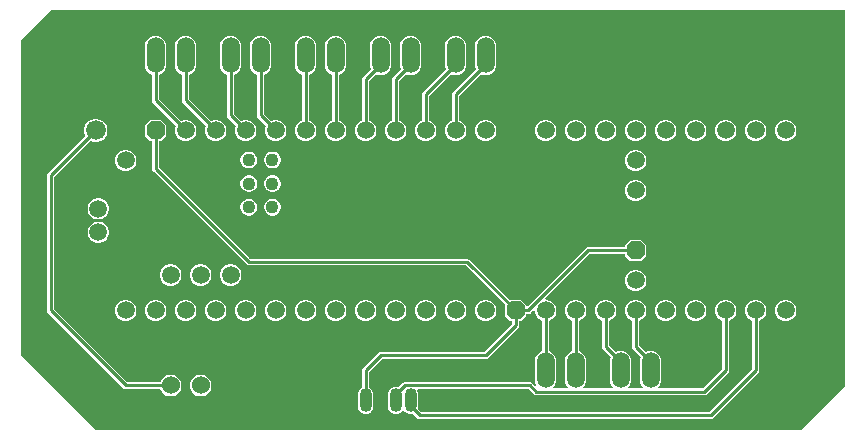
<source format=gbr>
%TF.GenerationSoftware,Altium Limited,Altium Designer,23.10.1 (27)*%
G04 Layer_Physical_Order=2*
G04 Layer_Color=16711680*
%FSLAX45Y45*%
%MOMM*%
%TF.SameCoordinates,AA33C9F7-56E5-4FFB-A8AB-1004920BA132*%
%TF.FilePolarity,Positive*%
%TF.FileFunction,Copper,L2,Bot,Signal*%
%TF.Part,Single*%
G01*
G75*
%TA.AperFunction,ComponentPad*%
%ADD10O,1.01600X2.03200*%
%ADD11C,1.10795*%
%ADD12C,1.50800*%
%ADD13R,1.50800X1.50800*%
G04:AMPARAMS|DCode=14|XSize=1.508mm|YSize=1.508mm|CornerRadius=0mm|HoleSize=0mm|Usage=FLASHONLY|Rotation=90.000|XOffset=0mm|YOffset=0mm|HoleType=Round|Shape=Octagon|*
%AMOCTAGOND14*
4,1,8,0.37700,0.75400,-0.37700,0.75400,-0.75400,0.37700,-0.75400,-0.37700,-0.37700,-0.75400,0.37700,-0.75400,0.75400,-0.37700,0.75400,0.37700,0.37700,0.75400,0.0*
%
%ADD14OCTAGOND14*%

%ADD15C,1.67640*%
%ADD16R,1.50800X1.50800*%
%ADD17O,1.50800X3.01600*%
%ADD18C,1.52400*%
%TA.AperFunction,Conductor*%
%ADD19C,0.25400*%
G36*
X7230529Y499529D02*
X6858000Y127000D01*
X889000D01*
X254000Y762000D01*
Y3429000D01*
X508000Y3683000D01*
X7230529D01*
Y499529D01*
D02*
G37*
%LPC*%
G36*
X4191000Y3468822D02*
X4167338Y3465707D01*
X4145289Y3456574D01*
X4126355Y3442045D01*
X4111826Y3423111D01*
X4102693Y3401062D01*
X4099578Y3377400D01*
Y3226600D01*
X4102693Y3202938D01*
X4109827Y3185715D01*
X3916856Y2992744D01*
X3910681Y2983502D01*
X3908512Y2972600D01*
X3908513Y2972599D01*
Y2753204D01*
X3902014Y2751463D01*
X3881346Y2739530D01*
X3864470Y2722654D01*
X3852537Y2701986D01*
X3846360Y2678933D01*
Y2655067D01*
X3852537Y2632014D01*
X3864470Y2611346D01*
X3881346Y2594470D01*
X3902014Y2582537D01*
X3925067Y2576360D01*
X3948933D01*
X3971986Y2582537D01*
X3992654Y2594470D01*
X4009530Y2611346D01*
X4021463Y2632014D01*
X4027640Y2655067D01*
Y2678933D01*
X4021463Y2701986D01*
X4009530Y2722654D01*
X3992654Y2739530D01*
X3971986Y2751463D01*
X3965487Y2753204D01*
Y2960800D01*
X4150115Y3145428D01*
X4167338Y3138293D01*
X4191000Y3135178D01*
X4214662Y3138293D01*
X4236711Y3147426D01*
X4255645Y3161955D01*
X4270174Y3180889D01*
X4279307Y3202938D01*
X4282422Y3226600D01*
Y3377400D01*
X4279307Y3401062D01*
X4270174Y3423111D01*
X4255645Y3442045D01*
X4236711Y3456574D01*
X4214662Y3465707D01*
X4191000Y3468822D01*
D02*
G37*
G36*
X3937000D02*
X3913338Y3465707D01*
X3891289Y3456574D01*
X3872355Y3442045D01*
X3857826Y3423111D01*
X3848693Y3401062D01*
X3845578Y3377400D01*
Y3226600D01*
X3848693Y3202938D01*
X3855827Y3185715D01*
X3662856Y2992744D01*
X3656681Y2983502D01*
X3654512Y2972600D01*
X3654513Y2972599D01*
Y2753204D01*
X3648014Y2751463D01*
X3627346Y2739530D01*
X3610470Y2722654D01*
X3598537Y2701986D01*
X3592360Y2678933D01*
Y2655067D01*
X3598537Y2632014D01*
X3610470Y2611346D01*
X3627346Y2594470D01*
X3648014Y2582537D01*
X3671067Y2576360D01*
X3694933D01*
X3717986Y2582537D01*
X3738654Y2594470D01*
X3755530Y2611346D01*
X3767463Y2632014D01*
X3773640Y2655067D01*
Y2678933D01*
X3767463Y2701986D01*
X3755530Y2722654D01*
X3738654Y2739530D01*
X3717986Y2751463D01*
X3711487Y2753204D01*
Y2960800D01*
X3896115Y3145428D01*
X3913338Y3138293D01*
X3937000Y3135178D01*
X3960662Y3138293D01*
X3982711Y3147426D01*
X4001645Y3161955D01*
X4016174Y3180889D01*
X4025307Y3202938D01*
X4028422Y3226600D01*
Y3377400D01*
X4025307Y3401062D01*
X4016174Y3423111D01*
X4001645Y3442045D01*
X3982711Y3456574D01*
X3960662Y3465707D01*
X3937000Y3468822D01*
D02*
G37*
G36*
X3556000D02*
X3532338Y3465707D01*
X3510289Y3456574D01*
X3491355Y3442045D01*
X3476826Y3423111D01*
X3467693Y3401062D01*
X3464578Y3377400D01*
Y3226600D01*
X3467693Y3202938D01*
X3474827Y3185715D01*
X3408856Y3119744D01*
X3402681Y3110502D01*
X3400512Y3099600D01*
X3400513Y3099599D01*
Y2753204D01*
X3394014Y2751463D01*
X3373346Y2739530D01*
X3356470Y2722654D01*
X3344537Y2701986D01*
X3338360Y2678933D01*
Y2655067D01*
X3344537Y2632014D01*
X3356470Y2611346D01*
X3373346Y2594470D01*
X3394014Y2582537D01*
X3417067Y2576360D01*
X3440933D01*
X3463986Y2582537D01*
X3484654Y2594470D01*
X3501530Y2611346D01*
X3513463Y2632014D01*
X3519640Y2655067D01*
Y2678933D01*
X3513463Y2701986D01*
X3501530Y2722654D01*
X3484654Y2739530D01*
X3463986Y2751463D01*
X3457487Y2753204D01*
Y3087800D01*
X3515115Y3145428D01*
X3532338Y3138293D01*
X3556000Y3135178D01*
X3579662Y3138293D01*
X3601711Y3147426D01*
X3620645Y3161955D01*
X3635174Y3180889D01*
X3644307Y3202938D01*
X3647422Y3226600D01*
Y3377400D01*
X3644307Y3401062D01*
X3635174Y3423111D01*
X3620645Y3442045D01*
X3601711Y3456574D01*
X3579662Y3465707D01*
X3556000Y3468822D01*
D02*
G37*
G36*
X3302000D02*
X3278338Y3465707D01*
X3256289Y3456574D01*
X3237355Y3442045D01*
X3222826Y3423111D01*
X3213693Y3401062D01*
X3210578Y3377400D01*
Y3226600D01*
X3213693Y3202938D01*
X3220827Y3185715D01*
X3154856Y3119744D01*
X3148681Y3110502D01*
X3146512Y3099600D01*
X3146513Y3099599D01*
Y2753204D01*
X3140014Y2751463D01*
X3119346Y2739530D01*
X3102470Y2722654D01*
X3090537Y2701986D01*
X3084360Y2678933D01*
Y2655067D01*
X3090537Y2632014D01*
X3102470Y2611346D01*
X3119346Y2594470D01*
X3140014Y2582537D01*
X3163067Y2576360D01*
X3186933D01*
X3209986Y2582537D01*
X3230654Y2594470D01*
X3247530Y2611346D01*
X3259463Y2632014D01*
X3265640Y2655067D01*
Y2678933D01*
X3259463Y2701986D01*
X3247530Y2722654D01*
X3230654Y2739530D01*
X3209986Y2751463D01*
X3203487Y2753204D01*
Y3087800D01*
X3261115Y3145428D01*
X3278338Y3138293D01*
X3302000Y3135178D01*
X3325662Y3138293D01*
X3347711Y3147426D01*
X3366645Y3161955D01*
X3381174Y3180889D01*
X3390307Y3202938D01*
X3393422Y3226600D01*
Y3377400D01*
X3390307Y3401062D01*
X3381174Y3423111D01*
X3366645Y3442045D01*
X3347711Y3456574D01*
X3325662Y3465707D01*
X3302000Y3468822D01*
D02*
G37*
G36*
X6742933Y2757640D02*
X6719067D01*
X6696014Y2751463D01*
X6675346Y2739530D01*
X6658470Y2722654D01*
X6646537Y2701986D01*
X6640360Y2678933D01*
Y2655067D01*
X6646537Y2632014D01*
X6658470Y2611346D01*
X6675346Y2594470D01*
X6696014Y2582537D01*
X6719067Y2576360D01*
X6742933D01*
X6765986Y2582537D01*
X6786654Y2594470D01*
X6803530Y2611346D01*
X6815463Y2632014D01*
X6821640Y2655067D01*
Y2678933D01*
X6815463Y2701986D01*
X6803530Y2722654D01*
X6786654Y2739530D01*
X6765986Y2751463D01*
X6742933Y2757640D01*
D02*
G37*
G36*
X6488933D02*
X6465067D01*
X6442014Y2751463D01*
X6421346Y2739530D01*
X6404470Y2722654D01*
X6392537Y2701986D01*
X6386360Y2678933D01*
Y2655067D01*
X6392537Y2632014D01*
X6404470Y2611346D01*
X6421346Y2594470D01*
X6442014Y2582537D01*
X6465067Y2576360D01*
X6488933D01*
X6511986Y2582537D01*
X6532654Y2594470D01*
X6549530Y2611346D01*
X6561463Y2632014D01*
X6567640Y2655067D01*
Y2678933D01*
X6561463Y2701986D01*
X6549530Y2722654D01*
X6532654Y2739530D01*
X6511986Y2751463D01*
X6488933Y2757640D01*
D02*
G37*
G36*
X6234933D02*
X6211067D01*
X6188014Y2751463D01*
X6167346Y2739530D01*
X6150470Y2722654D01*
X6138537Y2701986D01*
X6132360Y2678933D01*
Y2655067D01*
X6138537Y2632014D01*
X6150470Y2611346D01*
X6167346Y2594470D01*
X6188014Y2582537D01*
X6211067Y2576360D01*
X6234933D01*
X6257986Y2582537D01*
X6278654Y2594470D01*
X6295530Y2611346D01*
X6307463Y2632014D01*
X6313640Y2655067D01*
Y2678933D01*
X6307463Y2701986D01*
X6295530Y2722654D01*
X6278654Y2739530D01*
X6257986Y2751463D01*
X6234933Y2757640D01*
D02*
G37*
G36*
X5980933D02*
X5957067D01*
X5934014Y2751463D01*
X5913346Y2739530D01*
X5896470Y2722654D01*
X5884537Y2701986D01*
X5878360Y2678933D01*
Y2655067D01*
X5884537Y2632014D01*
X5896470Y2611346D01*
X5913346Y2594470D01*
X5934014Y2582537D01*
X5957067Y2576360D01*
X5980933D01*
X6003986Y2582537D01*
X6024654Y2594470D01*
X6041530Y2611346D01*
X6053463Y2632014D01*
X6059640Y2655067D01*
Y2678933D01*
X6053463Y2701986D01*
X6041530Y2722654D01*
X6024654Y2739530D01*
X6003986Y2751463D01*
X5980933Y2757640D01*
D02*
G37*
G36*
X5726933D02*
X5703067D01*
X5680014Y2751463D01*
X5659346Y2739530D01*
X5642470Y2722654D01*
X5630537Y2701986D01*
X5624360Y2678933D01*
Y2655067D01*
X5630537Y2632014D01*
X5642470Y2611346D01*
X5659346Y2594470D01*
X5680014Y2582537D01*
X5703067Y2576360D01*
X5726933D01*
X5749986Y2582537D01*
X5770654Y2594470D01*
X5787530Y2611346D01*
X5799463Y2632014D01*
X5805640Y2655067D01*
Y2678933D01*
X5799463Y2701986D01*
X5787530Y2722654D01*
X5770654Y2739530D01*
X5749986Y2751463D01*
X5726933Y2757640D01*
D02*
G37*
G36*
X5472933D02*
X5449067D01*
X5426014Y2751463D01*
X5405346Y2739530D01*
X5388470Y2722654D01*
X5376537Y2701986D01*
X5370360Y2678933D01*
Y2655067D01*
X5376537Y2632014D01*
X5388470Y2611346D01*
X5405346Y2594470D01*
X5426014Y2582537D01*
X5449067Y2576360D01*
X5472933D01*
X5495986Y2582537D01*
X5516654Y2594470D01*
X5533530Y2611346D01*
X5545463Y2632014D01*
X5551640Y2655067D01*
Y2678933D01*
X5545463Y2701986D01*
X5533530Y2722654D01*
X5516654Y2739530D01*
X5495986Y2751463D01*
X5472933Y2757640D01*
D02*
G37*
G36*
X5218933D02*
X5195067D01*
X5172014Y2751463D01*
X5151346Y2739530D01*
X5134470Y2722654D01*
X5122537Y2701986D01*
X5116360Y2678933D01*
Y2655067D01*
X5122537Y2632014D01*
X5134470Y2611346D01*
X5151346Y2594470D01*
X5172014Y2582537D01*
X5195067Y2576360D01*
X5218933D01*
X5241986Y2582537D01*
X5262654Y2594470D01*
X5279530Y2611346D01*
X5291463Y2632014D01*
X5297640Y2655067D01*
Y2678933D01*
X5291463Y2701986D01*
X5279530Y2722654D01*
X5262654Y2739530D01*
X5241986Y2751463D01*
X5218933Y2757640D01*
D02*
G37*
G36*
X4964933D02*
X4941067D01*
X4918014Y2751463D01*
X4897346Y2739530D01*
X4880470Y2722654D01*
X4868537Y2701986D01*
X4862360Y2678933D01*
Y2655067D01*
X4868537Y2632014D01*
X4880470Y2611346D01*
X4897346Y2594470D01*
X4918014Y2582537D01*
X4941067Y2576360D01*
X4964933D01*
X4987986Y2582537D01*
X5008654Y2594470D01*
X5025530Y2611346D01*
X5037463Y2632014D01*
X5043640Y2655067D01*
Y2678933D01*
X5037463Y2701986D01*
X5025530Y2722654D01*
X5008654Y2739530D01*
X4987986Y2751463D01*
X4964933Y2757640D01*
D02*
G37*
G36*
X4710933D02*
X4687067D01*
X4664014Y2751463D01*
X4643346Y2739530D01*
X4626470Y2722654D01*
X4614537Y2701986D01*
X4608360Y2678933D01*
Y2655067D01*
X4614537Y2632014D01*
X4626470Y2611346D01*
X4643346Y2594470D01*
X4664014Y2582537D01*
X4687067Y2576360D01*
X4710933D01*
X4733986Y2582537D01*
X4754654Y2594470D01*
X4771530Y2611346D01*
X4783463Y2632014D01*
X4789640Y2655067D01*
Y2678933D01*
X4783463Y2701986D01*
X4771530Y2722654D01*
X4754654Y2739530D01*
X4733986Y2751463D01*
X4710933Y2757640D01*
D02*
G37*
G36*
X4202933D02*
X4179067D01*
X4156014Y2751463D01*
X4135346Y2739530D01*
X4118470Y2722654D01*
X4106537Y2701986D01*
X4100360Y2678933D01*
Y2655067D01*
X4106537Y2632014D01*
X4118470Y2611346D01*
X4135346Y2594470D01*
X4156014Y2582537D01*
X4179067Y2576360D01*
X4202933D01*
X4225986Y2582537D01*
X4246654Y2594470D01*
X4263530Y2611346D01*
X4275463Y2632014D01*
X4281640Y2655067D01*
Y2678933D01*
X4275463Y2701986D01*
X4263530Y2722654D01*
X4246654Y2739530D01*
X4225986Y2751463D01*
X4202933Y2757640D01*
D02*
G37*
G36*
X2921000Y3468822D02*
X2897338Y3465707D01*
X2875289Y3456574D01*
X2856355Y3442045D01*
X2841826Y3423111D01*
X2832693Y3401062D01*
X2829578Y3377400D01*
Y3226600D01*
X2832693Y3202938D01*
X2841826Y3180889D01*
X2856355Y3161955D01*
X2875289Y3147426D01*
X2892513Y3140292D01*
Y2753204D01*
X2886014Y2751463D01*
X2865346Y2739530D01*
X2848470Y2722654D01*
X2836537Y2701986D01*
X2830360Y2678933D01*
Y2655067D01*
X2836537Y2632014D01*
X2848470Y2611346D01*
X2865346Y2594470D01*
X2886014Y2582537D01*
X2909067Y2576360D01*
X2932933D01*
X2955986Y2582537D01*
X2976654Y2594470D01*
X2993530Y2611346D01*
X3005463Y2632014D01*
X3011640Y2655067D01*
Y2678933D01*
X3005463Y2701986D01*
X2993530Y2722654D01*
X2976654Y2739530D01*
X2955986Y2751463D01*
X2949487Y2753204D01*
Y3140292D01*
X2966711Y3147426D01*
X2985645Y3161955D01*
X3000174Y3180889D01*
X3009307Y3202938D01*
X3012422Y3226600D01*
Y3377400D01*
X3009307Y3401062D01*
X3000174Y3423111D01*
X2985645Y3442045D01*
X2966711Y3456574D01*
X2944662Y3465707D01*
X2921000Y3468822D01*
D02*
G37*
G36*
X2667000D02*
X2643338Y3465707D01*
X2621289Y3456574D01*
X2602355Y3442045D01*
X2587826Y3423111D01*
X2578693Y3401062D01*
X2575578Y3377400D01*
Y3226600D01*
X2578693Y3202938D01*
X2587826Y3180889D01*
X2602355Y3161955D01*
X2621289Y3147426D01*
X2638513Y3140292D01*
Y2753204D01*
X2632014Y2751463D01*
X2611346Y2739530D01*
X2594470Y2722654D01*
X2582537Y2701986D01*
X2576360Y2678933D01*
Y2655067D01*
X2582537Y2632014D01*
X2594470Y2611346D01*
X2611346Y2594470D01*
X2632014Y2582537D01*
X2655067Y2576360D01*
X2678933D01*
X2701986Y2582537D01*
X2722654Y2594470D01*
X2739530Y2611346D01*
X2751463Y2632014D01*
X2757640Y2655067D01*
Y2678933D01*
X2751463Y2701986D01*
X2739530Y2722654D01*
X2722654Y2739530D01*
X2701986Y2751463D01*
X2695487Y2753204D01*
Y3140292D01*
X2712711Y3147426D01*
X2731645Y3161955D01*
X2746174Y3180889D01*
X2755307Y3202938D01*
X2758422Y3226600D01*
Y3377400D01*
X2755307Y3401062D01*
X2746174Y3423111D01*
X2731645Y3442045D01*
X2712711Y3456574D01*
X2690662Y3465707D01*
X2667000Y3468822D01*
D02*
G37*
G36*
X2286000D02*
X2262338Y3465707D01*
X2240289Y3456574D01*
X2221355Y3442045D01*
X2206826Y3423111D01*
X2197693Y3401062D01*
X2194578Y3377400D01*
Y3226600D01*
X2197693Y3202938D01*
X2206826Y3180889D01*
X2221355Y3161955D01*
X2240289Y3147426D01*
X2257513Y3140292D01*
Y2794001D01*
X2257512Y2794000D01*
X2259681Y2783098D01*
X2265856Y2773856D01*
X2331901Y2707812D01*
X2328537Y2701986D01*
X2322360Y2678933D01*
Y2655067D01*
X2328537Y2632014D01*
X2340470Y2611346D01*
X2357346Y2594470D01*
X2378014Y2582537D01*
X2401067Y2576360D01*
X2424933D01*
X2447986Y2582537D01*
X2468654Y2594470D01*
X2485530Y2611346D01*
X2497463Y2632014D01*
X2503640Y2655067D01*
Y2678933D01*
X2497463Y2701986D01*
X2485530Y2722654D01*
X2468654Y2739530D01*
X2447986Y2751463D01*
X2424933Y2757640D01*
X2401067D01*
X2378014Y2751463D01*
X2372188Y2748099D01*
X2314487Y2805800D01*
Y3140292D01*
X2331711Y3147426D01*
X2350645Y3161955D01*
X2365174Y3180889D01*
X2374307Y3202938D01*
X2377422Y3226600D01*
Y3377400D01*
X2374307Y3401062D01*
X2365174Y3423111D01*
X2350645Y3442045D01*
X2331711Y3456574D01*
X2309662Y3465707D01*
X2286000Y3468822D01*
D02*
G37*
G36*
X2032000D02*
X2008338Y3465707D01*
X1986289Y3456574D01*
X1967355Y3442045D01*
X1952826Y3423111D01*
X1943693Y3401062D01*
X1940578Y3377400D01*
Y3226600D01*
X1943693Y3202938D01*
X1952826Y3180889D01*
X1967355Y3161955D01*
X1986289Y3147426D01*
X2003513Y3140292D01*
Y2794001D01*
X2003512Y2794000D01*
X2005681Y2783098D01*
X2011856Y2773856D01*
X2077901Y2707812D01*
X2074537Y2701986D01*
X2068360Y2678933D01*
Y2655067D01*
X2074537Y2632014D01*
X2086470Y2611346D01*
X2103346Y2594470D01*
X2124014Y2582537D01*
X2147067Y2576360D01*
X2170933D01*
X2193986Y2582537D01*
X2214654Y2594470D01*
X2231530Y2611346D01*
X2243463Y2632014D01*
X2249640Y2655067D01*
Y2678933D01*
X2243463Y2701986D01*
X2231530Y2722654D01*
X2214654Y2739530D01*
X2193986Y2751463D01*
X2170933Y2757640D01*
X2147067D01*
X2124014Y2751463D01*
X2118188Y2748099D01*
X2060487Y2805800D01*
Y3140292D01*
X2077711Y3147426D01*
X2096645Y3161955D01*
X2111174Y3180889D01*
X2120307Y3202938D01*
X2123422Y3226600D01*
Y3377400D01*
X2120307Y3401062D01*
X2111174Y3423111D01*
X2096645Y3442045D01*
X2077711Y3456574D01*
X2055662Y3465707D01*
X2032000Y3468822D01*
D02*
G37*
G36*
X1651000D02*
X1627338Y3465707D01*
X1605289Y3456574D01*
X1586355Y3442045D01*
X1571826Y3423111D01*
X1562693Y3401062D01*
X1559578Y3377400D01*
Y3226600D01*
X1562693Y3202938D01*
X1571826Y3180889D01*
X1586355Y3161955D01*
X1605289Y3147426D01*
X1622513Y3140292D01*
Y2921001D01*
X1622512Y2921000D01*
X1624681Y2910098D01*
X1630856Y2900856D01*
X1823901Y2707812D01*
X1820537Y2701986D01*
X1814360Y2678933D01*
Y2655067D01*
X1820537Y2632014D01*
X1832470Y2611346D01*
X1849346Y2594470D01*
X1870014Y2582537D01*
X1893067Y2576360D01*
X1916933D01*
X1939986Y2582537D01*
X1960654Y2594470D01*
X1977530Y2611346D01*
X1989463Y2632014D01*
X1995640Y2655067D01*
Y2678933D01*
X1989463Y2701986D01*
X1977530Y2722654D01*
X1960654Y2739530D01*
X1939986Y2751463D01*
X1916933Y2757640D01*
X1893067D01*
X1870014Y2751463D01*
X1864188Y2748099D01*
X1679487Y2932800D01*
Y3140292D01*
X1696711Y3147426D01*
X1715645Y3161955D01*
X1730174Y3180889D01*
X1739307Y3202938D01*
X1742422Y3226600D01*
Y3377400D01*
X1739307Y3401062D01*
X1730174Y3423111D01*
X1715645Y3442045D01*
X1696711Y3456574D01*
X1674662Y3465707D01*
X1651000Y3468822D01*
D02*
G37*
G36*
X1397000D02*
X1373338Y3465707D01*
X1351289Y3456574D01*
X1332355Y3442045D01*
X1317826Y3423111D01*
X1308693Y3401062D01*
X1305578Y3377400D01*
Y3226600D01*
X1308693Y3202938D01*
X1317826Y3180889D01*
X1332355Y3161955D01*
X1351289Y3147426D01*
X1368513Y3140292D01*
Y2921001D01*
X1368512Y2921000D01*
X1370681Y2910098D01*
X1376856Y2900856D01*
X1569901Y2707812D01*
X1566537Y2701986D01*
X1560360Y2678933D01*
Y2655067D01*
X1566537Y2632014D01*
X1578470Y2611346D01*
X1595346Y2594470D01*
X1616014Y2582537D01*
X1639067Y2576360D01*
X1662933D01*
X1685986Y2582537D01*
X1706654Y2594470D01*
X1723530Y2611346D01*
X1735463Y2632014D01*
X1741640Y2655067D01*
Y2678933D01*
X1735463Y2701986D01*
X1723530Y2722654D01*
X1706654Y2739530D01*
X1685986Y2751463D01*
X1662933Y2757640D01*
X1639067D01*
X1616014Y2751463D01*
X1610188Y2748099D01*
X1425487Y2932800D01*
Y3140292D01*
X1442711Y3147426D01*
X1461645Y3161955D01*
X1476174Y3180889D01*
X1485307Y3202938D01*
X1488422Y3226600D01*
Y3377400D01*
X1485307Y3401062D01*
X1476174Y3423111D01*
X1461645Y3442045D01*
X1442711Y3456574D01*
X1420662Y3465707D01*
X1397000Y3468822D01*
D02*
G37*
G36*
X902041Y2766060D02*
X875959D01*
X850764Y2759309D01*
X828176Y2746268D01*
X809732Y2727824D01*
X796691Y2705236D01*
X789940Y2680041D01*
Y2653959D01*
X796691Y2628764D01*
X801737Y2620024D01*
X487856Y2306144D01*
X481681Y2296902D01*
X479512Y2286000D01*
X479513Y2285999D01*
Y1143001D01*
X479512Y1143000D01*
X481681Y1132098D01*
X487856Y1122856D01*
X1122856Y487857D01*
X1122856Y487856D01*
X1132098Y481681D01*
X1143000Y479512D01*
X1143001Y479513D01*
X1436968D01*
X1438792Y472705D01*
X1450830Y451855D01*
X1467855Y434830D01*
X1488705Y422792D01*
X1511962Y416560D01*
X1536038D01*
X1559295Y422792D01*
X1580145Y434830D01*
X1597170Y451855D01*
X1609208Y472705D01*
X1615440Y495962D01*
Y520038D01*
X1609208Y543295D01*
X1597170Y564145D01*
X1580145Y581170D01*
X1559295Y593208D01*
X1536038Y599440D01*
X1511962D01*
X1488705Y593208D01*
X1467855Y581170D01*
X1450830Y564145D01*
X1438792Y543295D01*
X1436968Y536487D01*
X1154800D01*
X536487Y1154800D01*
Y2274200D01*
X842024Y2579737D01*
X850764Y2574691D01*
X875959Y2567940D01*
X902041D01*
X927236Y2574691D01*
X949824Y2587732D01*
X968268Y2606176D01*
X981309Y2628764D01*
X988060Y2653959D01*
Y2680041D01*
X981309Y2705236D01*
X968268Y2727824D01*
X949824Y2746268D01*
X927236Y2759309D01*
X902041Y2766060D01*
D02*
G37*
G36*
X2395300Y2487625D02*
X2376700D01*
X2358735Y2482811D01*
X2342627Y2473512D01*
X2329476Y2460360D01*
X2320176Y2444253D01*
X2315362Y2426288D01*
Y2407688D01*
X2320176Y2389723D01*
X2329476Y2373615D01*
X2342627Y2360464D01*
X2358735Y2351164D01*
X2376700Y2346350D01*
X2395300D01*
X2413265Y2351164D01*
X2429372Y2360464D01*
X2442524Y2373615D01*
X2451823Y2389723D01*
X2456637Y2407688D01*
Y2426288D01*
X2451823Y2444253D01*
X2442524Y2460360D01*
X2429372Y2473512D01*
X2413265Y2482811D01*
X2395300Y2487625D01*
D02*
G37*
G36*
X2195300D02*
X2176700D01*
X2158735Y2482811D01*
X2142628Y2473512D01*
X2129476Y2460360D01*
X2120177Y2444253D01*
X2115363Y2426288D01*
Y2407688D01*
X2120177Y2389723D01*
X2129476Y2373615D01*
X2142628Y2360464D01*
X2158735Y2351164D01*
X2176700Y2346350D01*
X2195300D01*
X2213265Y2351164D01*
X2229373Y2360464D01*
X2242524Y2373615D01*
X2251824Y2389723D01*
X2256638Y2407688D01*
Y2426288D01*
X2251824Y2444253D01*
X2242524Y2460360D01*
X2229373Y2473512D01*
X2213265Y2482811D01*
X2195300Y2487625D01*
D02*
G37*
G36*
X5472933Y2503640D02*
X5449067D01*
X5426014Y2497463D01*
X5405346Y2485530D01*
X5388470Y2468654D01*
X5376537Y2447986D01*
X5370360Y2424933D01*
Y2401067D01*
X5376537Y2378014D01*
X5388470Y2357346D01*
X5405346Y2340470D01*
X5426014Y2328537D01*
X5449067Y2322360D01*
X5472933D01*
X5495986Y2328537D01*
X5516654Y2340470D01*
X5533530Y2357346D01*
X5545463Y2378014D01*
X5551640Y2401067D01*
Y2424933D01*
X5545463Y2447986D01*
X5533530Y2468654D01*
X5516654Y2485530D01*
X5495986Y2497463D01*
X5472933Y2503640D01*
D02*
G37*
G36*
X1154933D02*
X1131067D01*
X1108014Y2497463D01*
X1087346Y2485530D01*
X1070470Y2468654D01*
X1058537Y2447986D01*
X1052360Y2424933D01*
Y2401067D01*
X1058537Y2378014D01*
X1070470Y2357346D01*
X1087346Y2340470D01*
X1108014Y2328537D01*
X1131067Y2322360D01*
X1154933D01*
X1177986Y2328537D01*
X1198654Y2340470D01*
X1215530Y2357346D01*
X1227463Y2378014D01*
X1233640Y2401067D01*
Y2424933D01*
X1227463Y2447986D01*
X1215530Y2468654D01*
X1198654Y2485530D01*
X1177986Y2497463D01*
X1154933Y2503640D01*
D02*
G37*
G36*
X2395300Y2287626D02*
X2376700D01*
X2358735Y2282812D01*
X2342627Y2273512D01*
X2329476Y2260361D01*
X2320176Y2244253D01*
X2315362Y2226288D01*
Y2207688D01*
X2320176Y2189723D01*
X2329476Y2173616D01*
X2342627Y2160464D01*
X2358735Y2151165D01*
X2376700Y2146351D01*
X2395300D01*
X2413265Y2151165D01*
X2429372Y2160464D01*
X2442524Y2173616D01*
X2451823Y2189723D01*
X2456637Y2207688D01*
Y2226288D01*
X2451823Y2244253D01*
X2442524Y2260361D01*
X2429372Y2273512D01*
X2413265Y2282812D01*
X2395300Y2287626D01*
D02*
G37*
G36*
X2195300D02*
X2176700D01*
X2158735Y2282812D01*
X2142628Y2273512D01*
X2129476Y2260361D01*
X2120177Y2244253D01*
X2115363Y2226288D01*
Y2207688D01*
X2120177Y2189723D01*
X2129476Y2173616D01*
X2142628Y2160464D01*
X2158735Y2151165D01*
X2176700Y2146351D01*
X2195300D01*
X2213265Y2151165D01*
X2229373Y2160464D01*
X2242524Y2173616D01*
X2251824Y2189723D01*
X2256638Y2207688D01*
Y2226288D01*
X2251824Y2244253D01*
X2242524Y2260361D01*
X2229373Y2273512D01*
X2213265Y2282812D01*
X2195300Y2287626D01*
D02*
G37*
G36*
X5472933Y2249640D02*
X5449067D01*
X5426014Y2243463D01*
X5405346Y2231530D01*
X5388470Y2214654D01*
X5376537Y2193986D01*
X5370360Y2170933D01*
Y2147067D01*
X5376537Y2124014D01*
X5388470Y2103346D01*
X5405346Y2086470D01*
X5426014Y2074537D01*
X5449067Y2068360D01*
X5472933D01*
X5495986Y2074537D01*
X5516654Y2086470D01*
X5533530Y2103346D01*
X5545463Y2124014D01*
X5551640Y2147067D01*
Y2170933D01*
X5545463Y2193986D01*
X5533530Y2214654D01*
X5516654Y2231530D01*
X5495986Y2243463D01*
X5472933Y2249640D01*
D02*
G37*
G36*
X2395300Y2087626D02*
X2376700D01*
X2358735Y2082812D01*
X2342627Y2073513D01*
X2329476Y2060361D01*
X2320176Y2044254D01*
X2315362Y2026288D01*
Y2007689D01*
X2320176Y1989723D01*
X2329476Y1973616D01*
X2342627Y1960464D01*
X2358735Y1951165D01*
X2376700Y1946351D01*
X2395300D01*
X2413265Y1951165D01*
X2429372Y1960464D01*
X2442524Y1973616D01*
X2451823Y1989723D01*
X2456637Y2007689D01*
Y2026288D01*
X2451823Y2044254D01*
X2442524Y2060361D01*
X2429372Y2073513D01*
X2413265Y2082812D01*
X2395300Y2087626D01*
D02*
G37*
G36*
X2195300D02*
X2176700D01*
X2158735Y2082812D01*
X2142628Y2073513D01*
X2129476Y2060361D01*
X2120177Y2044254D01*
X2115363Y2026288D01*
Y2007689D01*
X2120177Y1989723D01*
X2129476Y1973616D01*
X2142628Y1960464D01*
X2158735Y1951165D01*
X2176700Y1946351D01*
X2195300D01*
X2213265Y1951165D01*
X2229373Y1960464D01*
X2242524Y1973616D01*
X2251824Y1989723D01*
X2256638Y2007689D01*
Y2026288D01*
X2251824Y2044254D01*
X2242524Y2060361D01*
X2229373Y2073513D01*
X2213265Y2082812D01*
X2195300Y2087626D01*
D02*
G37*
G36*
X923945Y2095640D02*
X900079D01*
X877027Y2089463D01*
X856358Y2077530D01*
X839482Y2060654D01*
X827550Y2039986D01*
X821373Y2016933D01*
Y1993067D01*
X827550Y1970014D01*
X839482Y1949346D01*
X856358Y1932470D01*
X877027Y1920537D01*
X900079Y1914360D01*
X923945D01*
X946998Y1920537D01*
X967667Y1932470D01*
X984542Y1949346D01*
X996475Y1970014D01*
X1002652Y1993067D01*
Y2016933D01*
X996475Y2039986D01*
X984542Y2060654D01*
X967667Y2077530D01*
X946998Y2089463D01*
X923945Y2095640D01*
D02*
G37*
G36*
Y1895640D02*
X900079D01*
X877027Y1889463D01*
X856358Y1877530D01*
X839482Y1860654D01*
X827550Y1839986D01*
X821373Y1816933D01*
Y1793067D01*
X827550Y1770014D01*
X839482Y1749346D01*
X856358Y1732470D01*
X877027Y1720537D01*
X900079Y1714360D01*
X923945D01*
X946998Y1720537D01*
X967667Y1732470D01*
X984542Y1749346D01*
X996475Y1770014D01*
X1002652Y1793067D01*
Y1816933D01*
X996475Y1839986D01*
X984542Y1860654D01*
X967667Y1877530D01*
X946998Y1889463D01*
X923945Y1895640D01*
D02*
G37*
G36*
X1442320Y2757640D02*
X1351680D01*
X1306360Y2712320D01*
Y2621680D01*
X1351680Y2576360D01*
X1368513D01*
Y2344751D01*
X1368512Y2344750D01*
X1370681Y2333849D01*
X1376856Y2324606D01*
X2167126Y1534337D01*
X2167126Y1534336D01*
X2176369Y1528161D01*
X2187270Y1525992D01*
X2187271Y1525993D01*
X4021720D01*
X4356876Y1190836D01*
X4354360Y1188320D01*
Y1097680D01*
X4399680Y1052360D01*
X4416513D01*
Y1027800D01*
X4179200Y790487D01*
X3302001D01*
X3302000Y790488D01*
X3291098Y788319D01*
X3281856Y782144D01*
X3281856Y782143D01*
X3154856Y655144D01*
X3148681Y645902D01*
X3146512Y635000D01*
X3146513Y634999D01*
Y491481D01*
X3141695Y489486D01*
X3127900Y478900D01*
X3117314Y465105D01*
X3110660Y449040D01*
X3108390Y431800D01*
Y330200D01*
X3110660Y312960D01*
X3117314Y296895D01*
X3127900Y283100D01*
X3141695Y272514D01*
X3157760Y265860D01*
X3175000Y263590D01*
X3192240Y265860D01*
X3208305Y272514D01*
X3222100Y283100D01*
X3232686Y296895D01*
X3239340Y312960D01*
X3241610Y330200D01*
Y431800D01*
X3239340Y449040D01*
X3232686Y465105D01*
X3222100Y478900D01*
X3208305Y489486D01*
X3203487Y491481D01*
Y623200D01*
X3313800Y733513D01*
X4190999D01*
X4191000Y733512D01*
X4201902Y735681D01*
X4211144Y741856D01*
X4465143Y995856D01*
X4465144Y995856D01*
X4471319Y1005098D01*
X4473488Y1016000D01*
X4473487Y1016001D01*
Y1052360D01*
X4490320D01*
X4535640Y1097680D01*
Y1114513D01*
X4552854D01*
X4552856Y1114512D01*
X4563757Y1116681D01*
X4572999Y1122856D01*
X4595660Y1145517D01*
X4608360Y1140257D01*
Y1131067D01*
X4614537Y1108014D01*
X4626470Y1087346D01*
X4643346Y1070470D01*
X4664014Y1058537D01*
X4670513Y1056796D01*
Y796708D01*
X4653289Y789574D01*
X4634355Y775045D01*
X4619826Y756111D01*
X4610693Y734062D01*
X4607578Y710400D01*
Y559600D01*
X4610693Y535938D01*
X4619826Y513889D01*
X4609318Y507772D01*
X4586406Y530684D01*
X4577164Y536859D01*
X4566263Y539028D01*
X4566261Y539027D01*
X3507740D01*
X3496838Y536859D01*
X3487596Y530684D01*
X3487596Y530683D01*
X3451057Y494145D01*
X3446240Y496140D01*
X3429000Y498410D01*
X3411760Y496140D01*
X3395695Y489486D01*
X3381900Y478900D01*
X3371314Y465105D01*
X3364660Y449040D01*
X3362390Y431800D01*
Y330200D01*
X3364660Y312960D01*
X3371314Y296895D01*
X3381900Y283100D01*
X3395695Y272514D01*
X3411760Y265860D01*
X3429000Y263590D01*
X3446240Y265860D01*
X3462305Y272514D01*
X3476100Y283100D01*
X3485310Y295102D01*
X3492500Y296093D01*
X3499690Y295102D01*
X3508900Y283100D01*
X3522695Y272514D01*
X3538760Y265860D01*
X3556000Y263590D01*
X3573240Y265860D01*
X3578057Y267855D01*
X3612056Y233856D01*
X3621298Y227681D01*
X3632200Y225512D01*
X3632201Y225513D01*
X6095999D01*
X6096000Y225512D01*
X6106902Y227681D01*
X6116144Y233856D01*
X6497143Y614856D01*
X6497144Y614856D01*
X6503319Y624098D01*
X6505487Y635000D01*
Y1056796D01*
X6511986Y1058537D01*
X6532654Y1070470D01*
X6549530Y1087346D01*
X6561463Y1108014D01*
X6567640Y1131067D01*
Y1154933D01*
X6561463Y1177986D01*
X6549530Y1198654D01*
X6532654Y1215530D01*
X6511986Y1227463D01*
X6488933Y1233640D01*
X6465067D01*
X6442014Y1227463D01*
X6421346Y1215530D01*
X6404470Y1198654D01*
X6392537Y1177986D01*
X6386360Y1154933D01*
Y1131067D01*
X6392537Y1108014D01*
X6404470Y1087346D01*
X6421346Y1070470D01*
X6442014Y1058537D01*
X6448513Y1056796D01*
Y646800D01*
X6084200Y282487D01*
X3644000D01*
X3618345Y308143D01*
X3620340Y312960D01*
X3622610Y330200D01*
Y431800D01*
X3620340Y449040D01*
X3613686Y465105D01*
X3610427Y469353D01*
X3616690Y482053D01*
X4554463D01*
X4600398Y436117D01*
X4600399Y436116D01*
X4609641Y429941D01*
X4620542Y427773D01*
X6044259D01*
X6044260Y427773D01*
X6055162Y429941D01*
X6064404Y436116D01*
X6243144Y614856D01*
X6249319Y624098D01*
X6251488Y635000D01*
X6251487Y635001D01*
Y1056796D01*
X6257986Y1058537D01*
X6278654Y1070470D01*
X6295530Y1087346D01*
X6307463Y1108014D01*
X6313640Y1131067D01*
Y1154933D01*
X6307463Y1177986D01*
X6295530Y1198654D01*
X6278654Y1215530D01*
X6257986Y1227463D01*
X6234933Y1233640D01*
X6211067D01*
X6188014Y1227463D01*
X6167346Y1215530D01*
X6150470Y1198654D01*
X6138537Y1177986D01*
X6132360Y1154933D01*
Y1131067D01*
X6138537Y1108014D01*
X6150470Y1087346D01*
X6167346Y1070470D01*
X6188014Y1058537D01*
X6194513Y1056796D01*
Y646800D01*
X6032460Y484748D01*
X5658432D01*
X5654558Y497448D01*
X5667174Y513889D01*
X5676307Y535938D01*
X5679422Y559600D01*
Y710400D01*
X5676307Y734062D01*
X5667174Y756111D01*
X5652645Y775045D01*
X5633711Y789574D01*
X5611662Y798707D01*
X5588000Y801822D01*
X5564338Y798707D01*
X5547115Y791572D01*
X5489487Y849200D01*
Y1056796D01*
X5495986Y1058537D01*
X5516654Y1070470D01*
X5533530Y1087346D01*
X5545463Y1108014D01*
X5551640Y1131067D01*
Y1154933D01*
X5545463Y1177986D01*
X5533530Y1198654D01*
X5516654Y1215530D01*
X5495986Y1227463D01*
X5472933Y1233640D01*
X5449067D01*
X5426014Y1227463D01*
X5405346Y1215530D01*
X5388470Y1198654D01*
X5376537Y1177986D01*
X5370360Y1154933D01*
Y1131067D01*
X5376537Y1108014D01*
X5388470Y1087346D01*
X5405346Y1070470D01*
X5426014Y1058537D01*
X5432513Y1056796D01*
Y837401D01*
X5432512Y837400D01*
X5434681Y826498D01*
X5440856Y817256D01*
X5506827Y751285D01*
X5499693Y734062D01*
X5496578Y710400D01*
Y559600D01*
X5499693Y535938D01*
X5508826Y513889D01*
X5521442Y497448D01*
X5517568Y484748D01*
X5404432D01*
X5400558Y497448D01*
X5413174Y513889D01*
X5422307Y535938D01*
X5425422Y559600D01*
Y710400D01*
X5422307Y734062D01*
X5413174Y756111D01*
X5398645Y775045D01*
X5379711Y789574D01*
X5357662Y798707D01*
X5334000Y801822D01*
X5310338Y798707D01*
X5293115Y791572D01*
X5235487Y849200D01*
Y1056796D01*
X5241986Y1058537D01*
X5262654Y1070470D01*
X5279530Y1087346D01*
X5291463Y1108014D01*
X5297640Y1131067D01*
Y1154933D01*
X5291463Y1177986D01*
X5279530Y1198654D01*
X5262654Y1215530D01*
X5241986Y1227463D01*
X5218933Y1233640D01*
X5195067D01*
X5172014Y1227463D01*
X5151346Y1215530D01*
X5134470Y1198654D01*
X5122537Y1177986D01*
X5116360Y1154933D01*
Y1131067D01*
X5122537Y1108014D01*
X5134470Y1087346D01*
X5151346Y1070470D01*
X5172014Y1058537D01*
X5178513Y1056796D01*
Y837401D01*
X5178512Y837400D01*
X5180681Y826498D01*
X5186856Y817256D01*
X5252827Y751285D01*
X5245693Y734062D01*
X5242578Y710400D01*
Y559600D01*
X5245693Y535938D01*
X5254826Y513889D01*
X5267442Y497448D01*
X5263568Y484748D01*
X5023432D01*
X5019558Y497448D01*
X5032174Y513889D01*
X5041307Y535938D01*
X5044422Y559600D01*
Y710400D01*
X5041307Y734062D01*
X5032174Y756111D01*
X5017645Y775045D01*
X4998711Y789574D01*
X4981487Y796708D01*
Y1056796D01*
X4987986Y1058537D01*
X5008654Y1070470D01*
X5025530Y1087346D01*
X5037463Y1108014D01*
X5043640Y1131067D01*
Y1154933D01*
X5037463Y1177986D01*
X5025530Y1198654D01*
X5008654Y1215530D01*
X4987986Y1227463D01*
X4964933Y1233640D01*
X4941067D01*
X4918014Y1227463D01*
X4897346Y1215530D01*
X4880470Y1198654D01*
X4868537Y1177986D01*
X4862360Y1154933D01*
Y1131067D01*
X4868537Y1108014D01*
X4880470Y1087346D01*
X4897346Y1070470D01*
X4918014Y1058537D01*
X4924513Y1056796D01*
Y796708D01*
X4907289Y789574D01*
X4888355Y775045D01*
X4873826Y756111D01*
X4864693Y734062D01*
X4861578Y710400D01*
Y559600D01*
X4864693Y535938D01*
X4873826Y513889D01*
X4886442Y497448D01*
X4882568Y484748D01*
X4769432D01*
X4765558Y497448D01*
X4778174Y513889D01*
X4787307Y535938D01*
X4790422Y559600D01*
Y710400D01*
X4787307Y734062D01*
X4778174Y756111D01*
X4763645Y775045D01*
X4744711Y789574D01*
X4727487Y796708D01*
Y1056796D01*
X4733986Y1058537D01*
X4754654Y1070470D01*
X4771530Y1087346D01*
X4783463Y1108014D01*
X4789640Y1131067D01*
Y1154933D01*
X4783463Y1177986D01*
X4771530Y1198654D01*
X4754654Y1215530D01*
X4733986Y1227463D01*
X4710933Y1233640D01*
X4701743D01*
X4696483Y1246340D01*
X5072655Y1622513D01*
X5370360D01*
Y1605680D01*
X5415680Y1560360D01*
X5506320D01*
X5551640Y1605680D01*
Y1696320D01*
X5506320Y1741640D01*
X5415680D01*
X5370360Y1696320D01*
Y1679487D01*
X5060857D01*
X5060856Y1679488D01*
X5049954Y1677319D01*
X5040712Y1671144D01*
X5040711Y1671143D01*
X4548340Y1178772D01*
X4535640Y1184032D01*
Y1188320D01*
X4490320Y1233640D01*
X4399680D01*
X4397164Y1231124D01*
X4053664Y1574624D01*
X4044422Y1580799D01*
X4033520Y1582968D01*
X4033519Y1582967D01*
X2199070D01*
X1425487Y2356550D01*
Y2576360D01*
X1442320D01*
X1487640Y2621680D01*
Y2712320D01*
X1442320Y2757640D01*
D02*
G37*
G36*
X2043933Y1533639D02*
X2020067D01*
X1997014Y1527462D01*
X1976346Y1515529D01*
X1959470Y1498654D01*
X1947537Y1477985D01*
X1941360Y1454932D01*
Y1431066D01*
X1947537Y1408014D01*
X1959470Y1387345D01*
X1976346Y1370469D01*
X1997014Y1358537D01*
X2020067Y1352359D01*
X2043933D01*
X2066986Y1358537D01*
X2087654Y1370469D01*
X2104530Y1387345D01*
X2116463Y1408014D01*
X2122640Y1431066D01*
Y1454932D01*
X2116463Y1477985D01*
X2104530Y1498654D01*
X2087654Y1515529D01*
X2066986Y1527462D01*
X2043933Y1533639D01*
D02*
G37*
G36*
X1789933D02*
X1766067D01*
X1743014Y1527462D01*
X1722346Y1515529D01*
X1705470Y1498654D01*
X1693537Y1477985D01*
X1687360Y1454932D01*
Y1431066D01*
X1693537Y1408014D01*
X1705470Y1387345D01*
X1722346Y1370469D01*
X1743014Y1358537D01*
X1766067Y1352359D01*
X1789933D01*
X1812986Y1358537D01*
X1833654Y1370469D01*
X1850530Y1387345D01*
X1862463Y1408014D01*
X1868640Y1431066D01*
Y1454932D01*
X1862463Y1477985D01*
X1850530Y1498654D01*
X1833654Y1515529D01*
X1812986Y1527462D01*
X1789933Y1533639D01*
D02*
G37*
G36*
X1535933D02*
X1512067D01*
X1489014Y1527462D01*
X1468346Y1515529D01*
X1451470Y1498654D01*
X1439537Y1477985D01*
X1433360Y1454932D01*
Y1431066D01*
X1439537Y1408014D01*
X1451470Y1387345D01*
X1468346Y1370469D01*
X1489014Y1358537D01*
X1512067Y1352359D01*
X1535933D01*
X1558986Y1358537D01*
X1579654Y1370469D01*
X1596530Y1387345D01*
X1608463Y1408014D01*
X1614640Y1431066D01*
Y1454932D01*
X1608463Y1477985D01*
X1596530Y1498654D01*
X1579654Y1515529D01*
X1558986Y1527462D01*
X1535933Y1533639D01*
D02*
G37*
G36*
X5472933Y1487640D02*
X5449067D01*
X5426014Y1481463D01*
X5405346Y1469530D01*
X5388470Y1452654D01*
X5376537Y1431986D01*
X5370360Y1408933D01*
Y1385067D01*
X5376537Y1362014D01*
X5388470Y1341346D01*
X5405346Y1324470D01*
X5426014Y1312537D01*
X5449067Y1306360D01*
X5472933D01*
X5495986Y1312537D01*
X5516654Y1324470D01*
X5533530Y1341346D01*
X5545463Y1362014D01*
X5551640Y1385067D01*
Y1408933D01*
X5545463Y1431986D01*
X5533530Y1452654D01*
X5516654Y1469530D01*
X5495986Y1481463D01*
X5472933Y1487640D01*
D02*
G37*
G36*
X6742933Y1233640D02*
X6719067D01*
X6696014Y1227463D01*
X6675346Y1215530D01*
X6658470Y1198654D01*
X6646537Y1177986D01*
X6640360Y1154933D01*
Y1131067D01*
X6646537Y1108014D01*
X6658470Y1087346D01*
X6675346Y1070470D01*
X6696014Y1058537D01*
X6719067Y1052360D01*
X6742933D01*
X6765986Y1058537D01*
X6786654Y1070470D01*
X6803530Y1087346D01*
X6815463Y1108014D01*
X6821640Y1131067D01*
Y1154933D01*
X6815463Y1177986D01*
X6803530Y1198654D01*
X6786654Y1215530D01*
X6765986Y1227463D01*
X6742933Y1233640D01*
D02*
G37*
G36*
X5980933D02*
X5957067D01*
X5934014Y1227463D01*
X5913346Y1215530D01*
X5896470Y1198654D01*
X5884537Y1177986D01*
X5878360Y1154933D01*
Y1131067D01*
X5884537Y1108014D01*
X5896470Y1087346D01*
X5913346Y1070470D01*
X5934014Y1058537D01*
X5957067Y1052360D01*
X5980933D01*
X6003986Y1058537D01*
X6024654Y1070470D01*
X6041530Y1087346D01*
X6053463Y1108014D01*
X6059640Y1131067D01*
Y1154933D01*
X6053463Y1177986D01*
X6041530Y1198654D01*
X6024654Y1215530D01*
X6003986Y1227463D01*
X5980933Y1233640D01*
D02*
G37*
G36*
X5726933D02*
X5703067D01*
X5680014Y1227463D01*
X5659346Y1215530D01*
X5642470Y1198654D01*
X5630537Y1177986D01*
X5624360Y1154933D01*
Y1131067D01*
X5630537Y1108014D01*
X5642470Y1087346D01*
X5659346Y1070470D01*
X5680014Y1058537D01*
X5703067Y1052360D01*
X5726933D01*
X5749986Y1058537D01*
X5770654Y1070470D01*
X5787530Y1087346D01*
X5799463Y1108014D01*
X5805640Y1131067D01*
Y1154933D01*
X5799463Y1177986D01*
X5787530Y1198654D01*
X5770654Y1215530D01*
X5749986Y1227463D01*
X5726933Y1233640D01*
D02*
G37*
G36*
X4202933D02*
X4179067D01*
X4156014Y1227463D01*
X4135346Y1215530D01*
X4118470Y1198654D01*
X4106537Y1177986D01*
X4100360Y1154933D01*
Y1131067D01*
X4106537Y1108014D01*
X4118470Y1087346D01*
X4135346Y1070470D01*
X4156014Y1058537D01*
X4179067Y1052360D01*
X4202933D01*
X4225986Y1058537D01*
X4246654Y1070470D01*
X4263530Y1087346D01*
X4275463Y1108014D01*
X4281640Y1131067D01*
Y1154933D01*
X4275463Y1177986D01*
X4263530Y1198654D01*
X4246654Y1215530D01*
X4225986Y1227463D01*
X4202933Y1233640D01*
D02*
G37*
G36*
X3948933D02*
X3925067D01*
X3902014Y1227463D01*
X3881346Y1215530D01*
X3864470Y1198654D01*
X3852537Y1177986D01*
X3846360Y1154933D01*
Y1131067D01*
X3852537Y1108014D01*
X3864470Y1087346D01*
X3881346Y1070470D01*
X3902014Y1058537D01*
X3925067Y1052360D01*
X3948933D01*
X3971986Y1058537D01*
X3992654Y1070470D01*
X4009530Y1087346D01*
X4021463Y1108014D01*
X4027640Y1131067D01*
Y1154933D01*
X4021463Y1177986D01*
X4009530Y1198654D01*
X3992654Y1215530D01*
X3971986Y1227463D01*
X3948933Y1233640D01*
D02*
G37*
G36*
X3694933D02*
X3671067D01*
X3648014Y1227463D01*
X3627346Y1215530D01*
X3610470Y1198654D01*
X3598537Y1177986D01*
X3592360Y1154933D01*
Y1131067D01*
X3598537Y1108014D01*
X3610470Y1087346D01*
X3627346Y1070470D01*
X3648014Y1058537D01*
X3671067Y1052360D01*
X3694933D01*
X3717986Y1058537D01*
X3738654Y1070470D01*
X3755530Y1087346D01*
X3767463Y1108014D01*
X3773640Y1131067D01*
Y1154933D01*
X3767463Y1177986D01*
X3755530Y1198654D01*
X3738654Y1215530D01*
X3717986Y1227463D01*
X3694933Y1233640D01*
D02*
G37*
G36*
X3440933D02*
X3417067D01*
X3394014Y1227463D01*
X3373346Y1215530D01*
X3356470Y1198654D01*
X3344537Y1177986D01*
X3338360Y1154933D01*
Y1131067D01*
X3344537Y1108014D01*
X3356470Y1087346D01*
X3373346Y1070470D01*
X3394014Y1058537D01*
X3417067Y1052360D01*
X3440933D01*
X3463986Y1058537D01*
X3484654Y1070470D01*
X3501530Y1087346D01*
X3513463Y1108014D01*
X3519640Y1131067D01*
Y1154933D01*
X3513463Y1177986D01*
X3501530Y1198654D01*
X3484654Y1215530D01*
X3463986Y1227463D01*
X3440933Y1233640D01*
D02*
G37*
G36*
X3186933D02*
X3163067D01*
X3140014Y1227463D01*
X3119346Y1215530D01*
X3102470Y1198654D01*
X3090537Y1177986D01*
X3084360Y1154933D01*
Y1131067D01*
X3090537Y1108014D01*
X3102470Y1087346D01*
X3119346Y1070470D01*
X3140014Y1058537D01*
X3163067Y1052360D01*
X3186933D01*
X3209986Y1058537D01*
X3230654Y1070470D01*
X3247530Y1087346D01*
X3259463Y1108014D01*
X3265640Y1131067D01*
Y1154933D01*
X3259463Y1177986D01*
X3247530Y1198654D01*
X3230654Y1215530D01*
X3209986Y1227463D01*
X3186933Y1233640D01*
D02*
G37*
G36*
X2932933D02*
X2909067D01*
X2886014Y1227463D01*
X2865346Y1215530D01*
X2848470Y1198654D01*
X2836537Y1177986D01*
X2830360Y1154933D01*
Y1131067D01*
X2836537Y1108014D01*
X2848470Y1087346D01*
X2865346Y1070470D01*
X2886014Y1058537D01*
X2909067Y1052360D01*
X2932933D01*
X2955986Y1058537D01*
X2976654Y1070470D01*
X2993530Y1087346D01*
X3005463Y1108014D01*
X3011640Y1131067D01*
Y1154933D01*
X3005463Y1177986D01*
X2993530Y1198654D01*
X2976654Y1215530D01*
X2955986Y1227463D01*
X2932933Y1233640D01*
D02*
G37*
G36*
X2678933D02*
X2655067D01*
X2632014Y1227463D01*
X2611346Y1215530D01*
X2594470Y1198654D01*
X2582537Y1177986D01*
X2576360Y1154933D01*
Y1131067D01*
X2582537Y1108014D01*
X2594470Y1087346D01*
X2611346Y1070470D01*
X2632014Y1058537D01*
X2655067Y1052360D01*
X2678933D01*
X2701986Y1058537D01*
X2722654Y1070470D01*
X2739530Y1087346D01*
X2751463Y1108014D01*
X2757640Y1131067D01*
Y1154933D01*
X2751463Y1177986D01*
X2739530Y1198654D01*
X2722654Y1215530D01*
X2701986Y1227463D01*
X2678933Y1233640D01*
D02*
G37*
G36*
X2424933D02*
X2401067D01*
X2378014Y1227463D01*
X2357346Y1215530D01*
X2340470Y1198654D01*
X2328537Y1177986D01*
X2322360Y1154933D01*
Y1131067D01*
X2328537Y1108014D01*
X2340470Y1087346D01*
X2357346Y1070470D01*
X2378014Y1058537D01*
X2401067Y1052360D01*
X2424933D01*
X2447986Y1058537D01*
X2468654Y1070470D01*
X2485530Y1087346D01*
X2497463Y1108014D01*
X2503640Y1131067D01*
Y1154933D01*
X2497463Y1177986D01*
X2485530Y1198654D01*
X2468654Y1215530D01*
X2447986Y1227463D01*
X2424933Y1233640D01*
D02*
G37*
G36*
X2170933D02*
X2147067D01*
X2124014Y1227463D01*
X2103346Y1215530D01*
X2086470Y1198654D01*
X2074537Y1177986D01*
X2068360Y1154933D01*
Y1131067D01*
X2074537Y1108014D01*
X2086470Y1087346D01*
X2103346Y1070470D01*
X2124014Y1058537D01*
X2147067Y1052360D01*
X2170933D01*
X2193986Y1058537D01*
X2214654Y1070470D01*
X2231530Y1087346D01*
X2243463Y1108014D01*
X2249640Y1131067D01*
Y1154933D01*
X2243463Y1177986D01*
X2231530Y1198654D01*
X2214654Y1215530D01*
X2193986Y1227463D01*
X2170933Y1233640D01*
D02*
G37*
G36*
X1916933D02*
X1893067D01*
X1870014Y1227463D01*
X1849346Y1215530D01*
X1832470Y1198654D01*
X1820537Y1177986D01*
X1814360Y1154933D01*
Y1131067D01*
X1820537Y1108014D01*
X1832470Y1087346D01*
X1849346Y1070470D01*
X1870014Y1058537D01*
X1893067Y1052360D01*
X1916933D01*
X1939986Y1058537D01*
X1960654Y1070470D01*
X1977530Y1087346D01*
X1989463Y1108014D01*
X1995640Y1131067D01*
Y1154933D01*
X1989463Y1177986D01*
X1977530Y1198654D01*
X1960654Y1215530D01*
X1939986Y1227463D01*
X1916933Y1233640D01*
D02*
G37*
G36*
X1662933D02*
X1639067D01*
X1616014Y1227463D01*
X1595346Y1215530D01*
X1578470Y1198654D01*
X1566537Y1177986D01*
X1560360Y1154933D01*
Y1131067D01*
X1566537Y1108014D01*
X1578470Y1087346D01*
X1595346Y1070470D01*
X1616014Y1058537D01*
X1639067Y1052360D01*
X1662933D01*
X1685986Y1058537D01*
X1706654Y1070470D01*
X1723530Y1087346D01*
X1735463Y1108014D01*
X1741640Y1131067D01*
Y1154933D01*
X1735463Y1177986D01*
X1723530Y1198654D01*
X1706654Y1215530D01*
X1685986Y1227463D01*
X1662933Y1233640D01*
D02*
G37*
G36*
X1408933D02*
X1385067D01*
X1362014Y1227463D01*
X1341346Y1215530D01*
X1324470Y1198654D01*
X1312537Y1177986D01*
X1306360Y1154933D01*
Y1131067D01*
X1312537Y1108014D01*
X1324470Y1087346D01*
X1341346Y1070470D01*
X1362014Y1058537D01*
X1385067Y1052360D01*
X1408933D01*
X1431986Y1058537D01*
X1452654Y1070470D01*
X1469530Y1087346D01*
X1481463Y1108014D01*
X1487640Y1131067D01*
Y1154933D01*
X1481463Y1177986D01*
X1469530Y1198654D01*
X1452654Y1215530D01*
X1431986Y1227463D01*
X1408933Y1233640D01*
D02*
G37*
G36*
X1154933D02*
X1131067D01*
X1108014Y1227463D01*
X1087346Y1215530D01*
X1070470Y1198654D01*
X1058537Y1177986D01*
X1052360Y1154933D01*
Y1131067D01*
X1058537Y1108014D01*
X1070470Y1087346D01*
X1087346Y1070470D01*
X1108014Y1058537D01*
X1131067Y1052360D01*
X1154933D01*
X1177986Y1058537D01*
X1198654Y1070470D01*
X1215530Y1087346D01*
X1227463Y1108014D01*
X1233640Y1131067D01*
Y1154933D01*
X1227463Y1177986D01*
X1215530Y1198654D01*
X1198654Y1215530D01*
X1177986Y1227463D01*
X1154933Y1233640D01*
D02*
G37*
G36*
X1790038Y599440D02*
X1765962D01*
X1742705Y593208D01*
X1721855Y581170D01*
X1704830Y564145D01*
X1692792Y543295D01*
X1686560Y520038D01*
Y495962D01*
X1692792Y472705D01*
X1704830Y451855D01*
X1721855Y434830D01*
X1742705Y422792D01*
X1765962Y416560D01*
X1790038D01*
X1813295Y422792D01*
X1834145Y434830D01*
X1851170Y451855D01*
X1863208Y472705D01*
X1869440Y495962D01*
Y520038D01*
X1863208Y543295D01*
X1851170Y564145D01*
X1834145Y581170D01*
X1813295Y593208D01*
X1790038Y599440D01*
D02*
G37*
%LPD*%
D10*
X3175000Y381000D02*
D03*
X3302000D02*
D03*
X3429000D02*
D03*
X3556000D02*
D03*
D11*
X2386000Y2016989D02*
D03*
Y2216988D02*
D03*
Y2416988D02*
D03*
X2186000Y2016989D02*
D03*
Y2216988D02*
D03*
Y2416988D02*
D03*
D12*
X912012Y1805000D02*
D03*
Y2005000D02*
D03*
X4699000Y1143000D02*
D03*
X2540000Y1442999D02*
D03*
X2286000D02*
D03*
X2032000D02*
D03*
X1778000D02*
D03*
X1524000D02*
D03*
X6731000Y2667000D02*
D03*
X6477000D02*
D03*
X6223000D02*
D03*
X5969000D02*
D03*
X5715000D02*
D03*
X5461000D02*
D03*
X5207000D02*
D03*
X4953000D02*
D03*
X4699000D02*
D03*
X6731000Y1143000D02*
D03*
X6477000D02*
D03*
X6223000D02*
D03*
X5969000D02*
D03*
X5715000D02*
D03*
X5461000D02*
D03*
X5207000D02*
D03*
X4953000D02*
D03*
X1651000Y2667000D02*
D03*
X1905000D02*
D03*
X2159000D02*
D03*
X2413000D02*
D03*
X2667000D02*
D03*
X2921000D02*
D03*
X3175000D02*
D03*
X3429000D02*
D03*
X3683000D02*
D03*
X3937000D02*
D03*
X1143000Y2413000D02*
D03*
X3937000Y1143000D02*
D03*
X3683000D02*
D03*
X3429000D02*
D03*
X3175000D02*
D03*
X2921000D02*
D03*
X2667000D02*
D03*
X2413000D02*
D03*
X2159000D02*
D03*
X1905000D02*
D03*
X1651000D02*
D03*
X1397000D02*
D03*
X1143000D02*
D03*
X4191000D02*
D03*
Y2667000D02*
D03*
X5461000Y2413000D02*
D03*
Y2159000D02*
D03*
Y1397000D02*
D03*
D13*
X4445000Y2667000D02*
D03*
X5461000Y1905000D02*
D03*
X889000Y1143000D02*
D03*
D14*
X4445000D02*
D03*
X5461000Y1651000D02*
D03*
X1397000Y2667000D02*
D03*
D15*
X889000D02*
D03*
D16*
X1143000D02*
D03*
D17*
X5334000Y635000D02*
D03*
X5588000D02*
D03*
X4699000D02*
D03*
X4953000D02*
D03*
X1651000Y3302000D02*
D03*
X1397000D02*
D03*
X2286000D02*
D03*
X2032000D02*
D03*
X2921000D02*
D03*
X2667000D02*
D03*
X3556000D02*
D03*
X3302000D02*
D03*
X4191000D02*
D03*
X3937000D02*
D03*
D18*
X2032000Y508000D02*
D03*
X1778000D02*
D03*
X1524000D02*
D03*
D19*
X3556000Y330200D02*
Y381000D01*
Y330200D02*
X3632200Y254000D01*
X6096000D01*
X6477000Y635000D01*
Y1143000D01*
X6223000Y635000D02*
Y1143000D01*
X6044260Y456260D02*
X6223000Y635000D01*
X4620542Y456260D02*
X6044260D01*
X4566263Y510540D02*
X4620542Y456260D01*
X3507740Y510540D02*
X4566263D01*
X3429000Y431800D02*
X3507740Y510540D01*
X3429000Y381000D02*
Y431800D01*
X4445000Y1016000D02*
Y1143000D01*
X4191000Y762000D02*
X4445000Y1016000D01*
X3175000Y635000D02*
X3302000Y762000D01*
X4191000D01*
X3175000Y381000D02*
Y635000D01*
X1143000Y508000D02*
X1524000D01*
X5060856Y1651000D02*
X5461000D01*
X4552856Y1143000D02*
X5060856Y1651000D01*
X4445000Y1143000D02*
X4552856D01*
X1397000Y2344750D02*
Y2667000D01*
Y2344750D02*
X2187270Y1554480D01*
X4033520D01*
X4445000Y1143000D01*
X1651000Y2921000D02*
X1905000Y2667000D01*
X1651000Y2921000D02*
Y3302000D01*
X1397000Y2921000D02*
Y3302000D01*
Y2921000D02*
X1651000Y2667000D01*
X508000Y2286000D02*
X889000Y2667000D01*
X508000Y1143000D02*
Y2286000D01*
Y1143000D02*
X1143000Y508000D01*
X4699000Y635000D02*
Y1143000D01*
X4953000Y635000D02*
Y1143000D01*
X5461000Y837400D02*
X5588000Y710400D01*
X5461000Y837400D02*
Y1143000D01*
X5588000Y635000D02*
Y710400D01*
X5334000Y635000D02*
Y710400D01*
X5207000Y837400D02*
Y1143000D01*
Y837400D02*
X5334000Y710400D01*
X1348740Y2620120D02*
X1395620Y2667000D01*
X1397000D01*
X2032000Y2794000D02*
Y3302000D01*
Y2794000D02*
X2159000Y2667000D01*
X2286000Y2794000D02*
Y3302000D01*
Y2794000D02*
X2413000Y2667000D01*
X2667000D02*
Y3302000D01*
X2921000Y2667000D02*
Y3302000D01*
X3302000Y3226600D02*
Y3302000D01*
X3175000Y2667000D02*
Y3099600D01*
X3302000Y3226600D01*
X3429000Y3099600D02*
X3556000Y3226600D01*
X3429000Y2667000D02*
Y3099600D01*
X3556000Y3226600D02*
Y3302000D01*
X3683000Y2972600D02*
X3937000Y3226600D01*
Y3302000D01*
X3683000Y2667000D02*
Y2972600D01*
X4191000Y3226600D02*
Y3302000D01*
X3937000Y2667000D02*
Y2972600D01*
X4191000Y3226600D01*
%TF.MD5,9f3665bc395d71282e8179ea6e0aaad3*%
M02*

</source>
